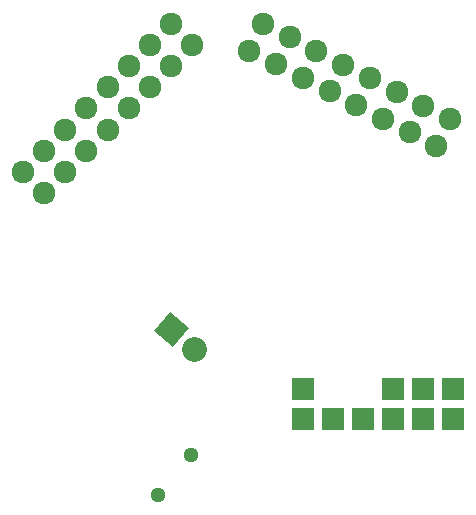
<source format=gbs>
G04 #@! TF.FileFunction,Soldermask,Bot*
%FSLAX46Y46*%
G04 Gerber Fmt 4.6, Leading zero omitted, Abs format (unit mm)*
G04 Created by KiCad (PCBNEW 4.0.2+dfsg1-stable) date Tue 19 Jul 2016 04:40:27 PM CEST*
%MOMM*%
G01*
G04 APERTURE LIST*
%ADD10C,0.100000*%
%ADD11R,1.987500X1.987500*%
%ADD12C,1.299160*%
%ADD13C,2.127200*%
%ADD14C,1.924000*%
G04 APERTURE END LIST*
D10*
D11*
X14050000Y-18780000D03*
X14050000Y-21320000D03*
X16590000Y-21320000D03*
X19130000Y-21320000D03*
X21670000Y-18780000D03*
X21670000Y-21320000D03*
X24210000Y-18780000D03*
X24210000Y-21320000D03*
X26750000Y-18780000D03*
X26750000Y-21320000D03*
D12*
X4565729Y-24361926D03*
X1737926Y-27731970D03*
D10*
G36*
X1401566Y-13831096D02*
X2768904Y-12201566D01*
X4398434Y-13568904D01*
X3031096Y-15198434D01*
X1401566Y-13831096D01*
X1401566Y-13831096D01*
G37*
D13*
X4845753Y-15332681D02*
X4845753Y-15332681D01*
D14*
X-7888154Y-2184205D03*
X-9684205Y-388154D03*
X-6092102Y-388154D03*
X-7888154Y1407898D03*
X-4296051Y1407898D03*
X-6092102Y3203949D03*
X-2500000Y3203949D03*
X-4296051Y5000000D03*
X-703949Y5000000D03*
X-2500000Y6796051D03*
X1092102Y6796051D03*
X-703949Y8592102D03*
X2888154Y8592102D03*
X1092102Y10388154D03*
X4684205Y10388154D03*
X2888154Y12184205D03*
X9502384Y9904397D03*
X10655520Y12167554D03*
X11765541Y8751261D03*
X12918677Y11014418D03*
X14028697Y7598126D03*
X15181833Y9861282D03*
X16291854Y6444990D03*
X17444990Y8708146D03*
X18555010Y5291854D03*
X19708146Y7555010D03*
X20818167Y4138718D03*
X21971303Y6401874D03*
X23081323Y2985582D03*
X24234459Y5248739D03*
X25344480Y1832446D03*
X26497616Y4095603D03*
M02*

</source>
